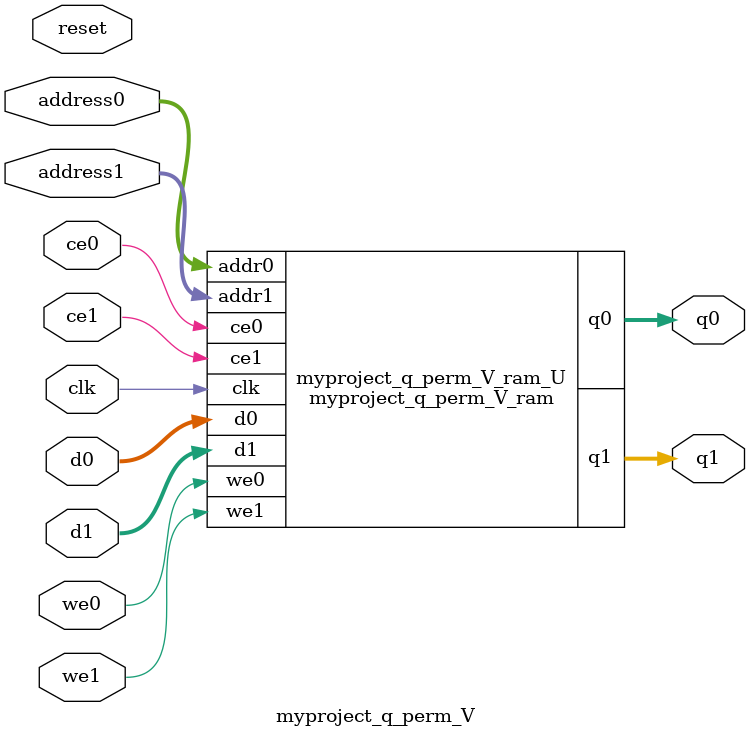
<source format=v>
`timescale 1 ns / 1 ps
module myproject_q_perm_V_ram (addr0, ce0, d0, we0, q0, addr1, ce1, d1, we1, q1,  clk);

parameter DWIDTH = 16;
parameter AWIDTH = 9;
parameter MEM_SIZE = 288;

input[AWIDTH-1:0] addr0;
input ce0;
input[DWIDTH-1:0] d0;
input we0;
output reg[DWIDTH-1:0] q0;
input[AWIDTH-1:0] addr1;
input ce1;
input[DWIDTH-1:0] d1;
input we1;
output reg[DWIDTH-1:0] q1;
input clk;

(* ram_style = "block" *)reg [DWIDTH-1:0] ram[0:MEM_SIZE-1];




always @(posedge clk)  
begin 
    if (ce0) begin
        if (we0) 
            ram[addr0] <= d0; 
        q0 <= ram[addr0];
    end
end


always @(posedge clk)  
begin 
    if (ce1) begin
        if (we1) 
            ram[addr1] <= d1; 
        q1 <= ram[addr1];
    end
end


endmodule

`timescale 1 ns / 1 ps
module myproject_q_perm_V(
    reset,
    clk,
    address0,
    ce0,
    we0,
    d0,
    q0,
    address1,
    ce1,
    we1,
    d1,
    q1);

parameter DataWidth = 32'd16;
parameter AddressRange = 32'd288;
parameter AddressWidth = 32'd9;
input reset;
input clk;
input[AddressWidth - 1:0] address0;
input ce0;
input we0;
input[DataWidth - 1:0] d0;
output[DataWidth - 1:0] q0;
input[AddressWidth - 1:0] address1;
input ce1;
input we1;
input[DataWidth - 1:0] d1;
output[DataWidth - 1:0] q1;



myproject_q_perm_V_ram myproject_q_perm_V_ram_U(
    .clk( clk ),
    .addr0( address0 ),
    .ce0( ce0 ),
    .we0( we0 ),
    .d0( d0 ),
    .q0( q0 ),
    .addr1( address1 ),
    .ce1( ce1 ),
    .we1( we1 ),
    .d1( d1 ),
    .q1( q1 ));

endmodule


</source>
